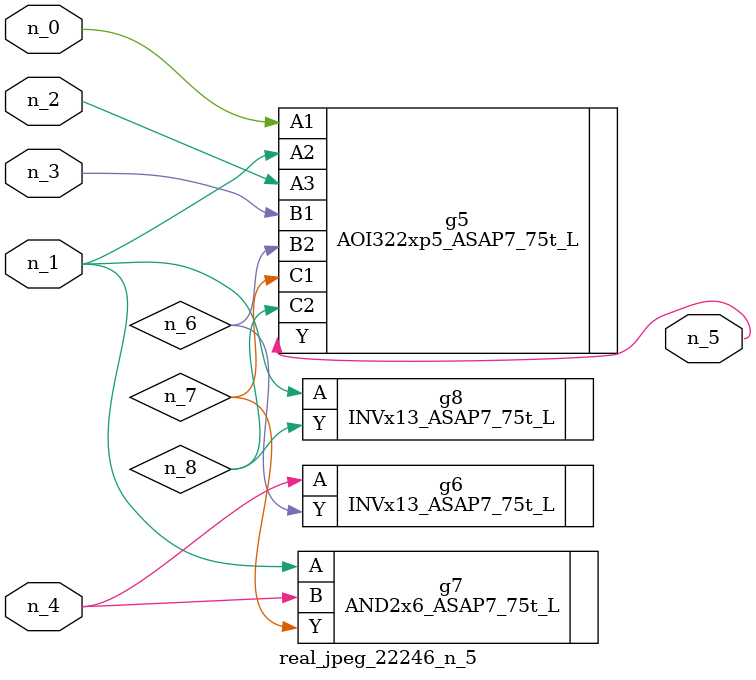
<source format=v>
module real_jpeg_22246_n_5 (n_4, n_0, n_1, n_2, n_3, n_5);

input n_4;
input n_0;
input n_1;
input n_2;
input n_3;

output n_5;

wire n_8;
wire n_6;
wire n_7;

AOI322xp5_ASAP7_75t_L g5 ( 
.A1(n_0),
.A2(n_1),
.A3(n_2),
.B1(n_3),
.B2(n_6),
.C1(n_7),
.C2(n_8),
.Y(n_5)
);

AND2x6_ASAP7_75t_L g7 ( 
.A(n_1),
.B(n_4),
.Y(n_7)
);

INVx13_ASAP7_75t_L g8 ( 
.A(n_1),
.Y(n_8)
);

INVx13_ASAP7_75t_L g6 ( 
.A(n_4),
.Y(n_6)
);


endmodule
</source>
